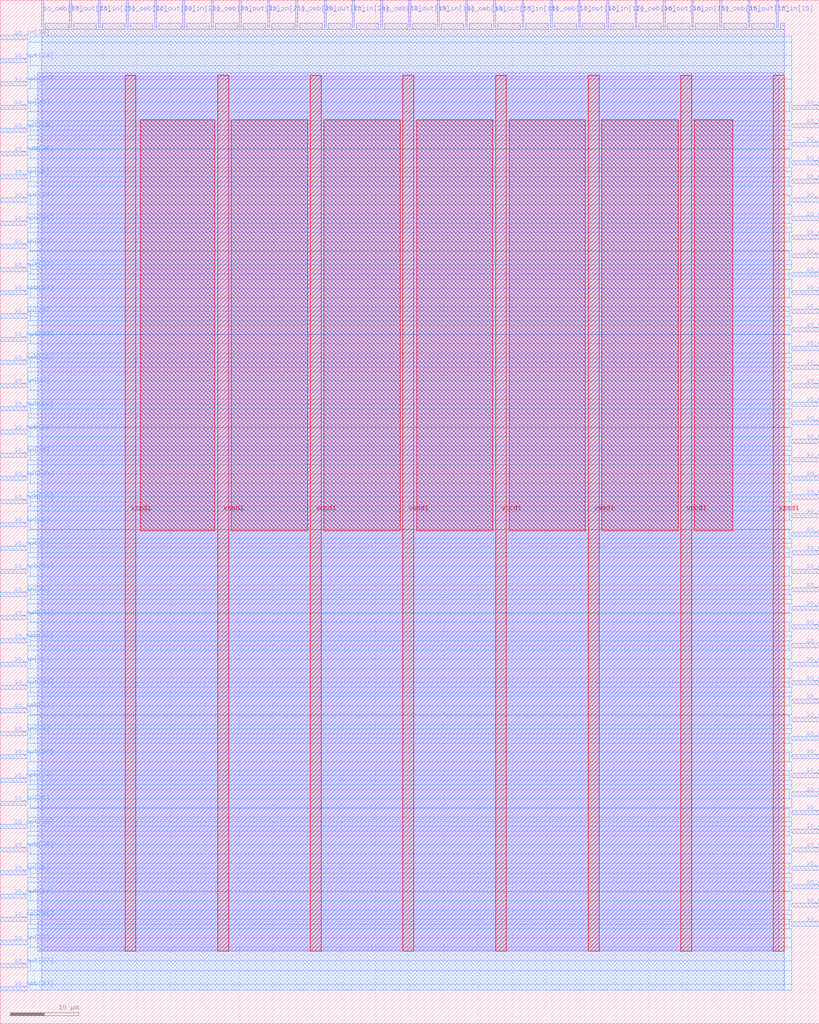
<source format=lef>
VERSION 5.7 ;
  NOWIREEXTENSIONATPIN ON ;
  DIVIDERCHAR "/" ;
  BUSBITCHARS "[]" ;
MACRO tiny_user_project
  CLASS BLOCK ;
  FOREIGN tiny_user_project ;
  ORIGIN 0.000 0.000 ;
  SIZE 120.000 BY 150.000 ;
  PIN io_in[0]
    DIRECTION INPUT ;
    USE SIGNAL ;
    PORT
      LAYER met3 ;
        RECT 116.000 14.320 120.000 14.920 ;
    END
  END io_in[0]
  PIN io_in[10]
    DIRECTION INPUT ;
    USE SIGNAL ;
    PORT
      LAYER met3 ;
        RECT 116.000 95.920 120.000 96.520 ;
    END
  END io_in[10]
  PIN io_in[11]
    DIRECTION INPUT ;
    USE SIGNAL ;
    PORT
      LAYER met3 ;
        RECT 116.000 104.080 120.000 104.680 ;
    END
  END io_in[11]
  PIN io_in[12]
    DIRECTION INPUT ;
    USE SIGNAL ;
    PORT
      LAYER met3 ;
        RECT 116.000 112.240 120.000 112.840 ;
    END
  END io_in[12]
  PIN io_in[13]
    DIRECTION INPUT ;
    USE SIGNAL ;
    PORT
      LAYER met3 ;
        RECT 116.000 120.400 120.000 121.000 ;
    END
  END io_in[13]
  PIN io_in[14]
    DIRECTION INPUT ;
    USE SIGNAL ;
    PORT
      LAYER met3 ;
        RECT 116.000 128.560 120.000 129.160 ;
    END
  END io_in[14]
  PIN io_in[15]
    DIRECTION INPUT ;
    USE SIGNAL ;
    PORT
      LAYER met2 ;
        RECT 113.710 146.000 113.990 150.000 ;
    END
  END io_in[15]
  PIN io_in[16]
    DIRECTION INPUT ;
    USE SIGNAL ;
    PORT
      LAYER met2 ;
        RECT 101.290 146.000 101.570 150.000 ;
    END
  END io_in[16]
  PIN io_in[17]
    DIRECTION INPUT ;
    USE SIGNAL ;
    PORT
      LAYER met2 ;
        RECT 88.870 146.000 89.150 150.000 ;
    END
  END io_in[17]
  PIN io_in[18]
    DIRECTION INPUT ;
    USE SIGNAL ;
    PORT
      LAYER met2 ;
        RECT 76.450 146.000 76.730 150.000 ;
    END
  END io_in[18]
  PIN io_in[19]
    DIRECTION INPUT ;
    USE SIGNAL ;
    PORT
      LAYER met2 ;
        RECT 64.030 146.000 64.310 150.000 ;
    END
  END io_in[19]
  PIN io_in[1]
    DIRECTION INPUT ;
    USE SIGNAL ;
    PORT
      LAYER met3 ;
        RECT 116.000 22.480 120.000 23.080 ;
    END
  END io_in[1]
  PIN io_in[20]
    DIRECTION INPUT ;
    USE SIGNAL ;
    PORT
      LAYER met2 ;
        RECT 51.610 146.000 51.890 150.000 ;
    END
  END io_in[20]
  PIN io_in[21]
    DIRECTION INPUT ;
    USE SIGNAL ;
    PORT
      LAYER met2 ;
        RECT 39.190 146.000 39.470 150.000 ;
    END
  END io_in[21]
  PIN io_in[22]
    DIRECTION INPUT ;
    USE SIGNAL ;
    PORT
      LAYER met2 ;
        RECT 26.770 146.000 27.050 150.000 ;
    END
  END io_in[22]
  PIN io_in[23]
    DIRECTION INPUT ;
    USE SIGNAL ;
    PORT
      LAYER met2 ;
        RECT 14.350 146.000 14.630 150.000 ;
    END
  END io_in[23]
  PIN io_in[24]
    DIRECTION INPUT ;
    USE SIGNAL ;
    PORT
      LAYER met3 ;
        RECT 0.000 144.200 4.000 144.800 ;
    END
  END io_in[24]
  PIN io_in[25]
    DIRECTION INPUT ;
    USE SIGNAL ;
    PORT
      LAYER met3 ;
        RECT 0.000 134.000 4.000 134.600 ;
    END
  END io_in[25]
  PIN io_in[26]
    DIRECTION INPUT ;
    USE SIGNAL ;
    PORT
      LAYER met3 ;
        RECT 0.000 123.800 4.000 124.400 ;
    END
  END io_in[26]
  PIN io_in[27]
    DIRECTION INPUT ;
    USE SIGNAL ;
    PORT
      LAYER met3 ;
        RECT 0.000 113.600 4.000 114.200 ;
    END
  END io_in[27]
  PIN io_in[28]
    DIRECTION INPUT ;
    USE SIGNAL ;
    PORT
      LAYER met3 ;
        RECT 0.000 103.400 4.000 104.000 ;
    END
  END io_in[28]
  PIN io_in[29]
    DIRECTION INPUT ;
    USE SIGNAL ;
    PORT
      LAYER met3 ;
        RECT 0.000 93.200 4.000 93.800 ;
    END
  END io_in[29]
  PIN io_in[2]
    DIRECTION INPUT ;
    USE SIGNAL ;
    PORT
      LAYER met3 ;
        RECT 116.000 30.640 120.000 31.240 ;
    END
  END io_in[2]
  PIN io_in[30]
    DIRECTION INPUT ;
    USE SIGNAL ;
    PORT
      LAYER met3 ;
        RECT 0.000 83.000 4.000 83.600 ;
    END
  END io_in[30]
  PIN io_in[31]
    DIRECTION INPUT ;
    USE SIGNAL ;
    PORT
      LAYER met3 ;
        RECT 0.000 72.800 4.000 73.400 ;
    END
  END io_in[31]
  PIN io_in[32]
    DIRECTION INPUT ;
    USE SIGNAL ;
    PORT
      LAYER met3 ;
        RECT 0.000 62.600 4.000 63.200 ;
    END
  END io_in[32]
  PIN io_in[33]
    DIRECTION INPUT ;
    USE SIGNAL ;
    PORT
      LAYER met3 ;
        RECT 0.000 52.400 4.000 53.000 ;
    END
  END io_in[33]
  PIN io_in[34]
    DIRECTION INPUT ;
    USE SIGNAL ;
    PORT
      LAYER met3 ;
        RECT 0.000 42.200 4.000 42.800 ;
    END
  END io_in[34]
  PIN io_in[35]
    DIRECTION INPUT ;
    USE SIGNAL ;
    PORT
      LAYER met3 ;
        RECT 0.000 32.000 4.000 32.600 ;
    END
  END io_in[35]
  PIN io_in[36]
    DIRECTION INPUT ;
    USE SIGNAL ;
    PORT
      LAYER met3 ;
        RECT 0.000 21.800 4.000 22.400 ;
    END
  END io_in[36]
  PIN io_in[37]
    DIRECTION INPUT ;
    USE SIGNAL ;
    PORT
      LAYER met3 ;
        RECT 0.000 11.600 4.000 12.200 ;
    END
  END io_in[37]
  PIN io_in[3]
    DIRECTION INPUT ;
    USE SIGNAL ;
    PORT
      LAYER met3 ;
        RECT 116.000 38.800 120.000 39.400 ;
    END
  END io_in[3]
  PIN io_in[4]
    DIRECTION INPUT ;
    USE SIGNAL ;
    PORT
      LAYER met3 ;
        RECT 116.000 46.960 120.000 47.560 ;
    END
  END io_in[4]
  PIN io_in[5]
    DIRECTION INPUT ;
    USE SIGNAL ;
    PORT
      LAYER met3 ;
        RECT 116.000 55.120 120.000 55.720 ;
    END
  END io_in[5]
  PIN io_in[6]
    DIRECTION INPUT ;
    USE SIGNAL ;
    PORT
      LAYER met3 ;
        RECT 116.000 63.280 120.000 63.880 ;
    END
  END io_in[6]
  PIN io_in[7]
    DIRECTION INPUT ;
    USE SIGNAL ;
    PORT
      LAYER met3 ;
        RECT 116.000 71.440 120.000 72.040 ;
    END
  END io_in[7]
  PIN io_in[8]
    DIRECTION INPUT ;
    USE SIGNAL ;
    PORT
      LAYER met3 ;
        RECT 116.000 79.600 120.000 80.200 ;
    END
  END io_in[8]
  PIN io_in[9]
    DIRECTION INPUT ;
    USE SIGNAL ;
    PORT
      LAYER met3 ;
        RECT 116.000 87.760 120.000 88.360 ;
    END
  END io_in[9]
  PIN io_oeb[0]
    DIRECTION OUTPUT TRISTATE ;
    USE SIGNAL ;
    PORT
      LAYER met3 ;
        RECT 116.000 19.760 120.000 20.360 ;
    END
  END io_oeb[0]
  PIN io_oeb[10]
    DIRECTION OUTPUT TRISTATE ;
    USE SIGNAL ;
    PORT
      LAYER met3 ;
        RECT 116.000 101.360 120.000 101.960 ;
    END
  END io_oeb[10]
  PIN io_oeb[11]
    DIRECTION OUTPUT TRISTATE ;
    USE SIGNAL ;
    PORT
      LAYER met3 ;
        RECT 116.000 109.520 120.000 110.120 ;
    END
  END io_oeb[11]
  PIN io_oeb[12]
    DIRECTION OUTPUT TRISTATE ;
    USE SIGNAL ;
    PORT
      LAYER met3 ;
        RECT 116.000 117.680 120.000 118.280 ;
    END
  END io_oeb[12]
  PIN io_oeb[13]
    DIRECTION OUTPUT TRISTATE ;
    USE SIGNAL ;
    PORT
      LAYER met3 ;
        RECT 116.000 125.840 120.000 126.440 ;
    END
  END io_oeb[13]
  PIN io_oeb[14]
    DIRECTION OUTPUT TRISTATE ;
    USE SIGNAL ;
    PORT
      LAYER met3 ;
        RECT 116.000 134.000 120.000 134.600 ;
    END
  END io_oeb[14]
  PIN io_oeb[15]
    DIRECTION OUTPUT TRISTATE ;
    USE SIGNAL ;
    PORT
      LAYER met2 ;
        RECT 105.430 146.000 105.710 150.000 ;
    END
  END io_oeb[15]
  PIN io_oeb[16]
    DIRECTION OUTPUT TRISTATE ;
    USE SIGNAL ;
    PORT
      LAYER met2 ;
        RECT 93.010 146.000 93.290 150.000 ;
    END
  END io_oeb[16]
  PIN io_oeb[17]
    DIRECTION OUTPUT TRISTATE ;
    USE SIGNAL ;
    PORT
      LAYER met2 ;
        RECT 80.590 146.000 80.870 150.000 ;
    END
  END io_oeb[17]
  PIN io_oeb[18]
    DIRECTION OUTPUT TRISTATE ;
    USE SIGNAL ;
    PORT
      LAYER met2 ;
        RECT 68.170 146.000 68.450 150.000 ;
    END
  END io_oeb[18]
  PIN io_oeb[19]
    DIRECTION OUTPUT TRISTATE ;
    USE SIGNAL ;
    PORT
      LAYER met2 ;
        RECT 55.750 146.000 56.030 150.000 ;
    END
  END io_oeb[19]
  PIN io_oeb[1]
    DIRECTION OUTPUT TRISTATE ;
    USE SIGNAL ;
    PORT
      LAYER met3 ;
        RECT 116.000 27.920 120.000 28.520 ;
    END
  END io_oeb[1]
  PIN io_oeb[20]
    DIRECTION OUTPUT TRISTATE ;
    USE SIGNAL ;
    PORT
      LAYER met2 ;
        RECT 43.330 146.000 43.610 150.000 ;
    END
  END io_oeb[20]
  PIN io_oeb[21]
    DIRECTION OUTPUT TRISTATE ;
    USE SIGNAL ;
    PORT
      LAYER met2 ;
        RECT 30.910 146.000 31.190 150.000 ;
    END
  END io_oeb[21]
  PIN io_oeb[22]
    DIRECTION OUTPUT TRISTATE ;
    USE SIGNAL ;
    PORT
      LAYER met2 ;
        RECT 18.490 146.000 18.770 150.000 ;
    END
  END io_oeb[22]
  PIN io_oeb[23]
    DIRECTION OUTPUT TRISTATE ;
    USE SIGNAL ;
    PORT
      LAYER met2 ;
        RECT 6.070 146.000 6.350 150.000 ;
    END
  END io_oeb[23]
  PIN io_oeb[24]
    DIRECTION OUTPUT TRISTATE ;
    USE SIGNAL ;
    PORT
      LAYER met3 ;
        RECT 0.000 137.400 4.000 138.000 ;
    END
  END io_oeb[24]
  PIN io_oeb[25]
    DIRECTION OUTPUT TRISTATE ;
    USE SIGNAL ;
    PORT
      LAYER met3 ;
        RECT 0.000 127.200 4.000 127.800 ;
    END
  END io_oeb[25]
  PIN io_oeb[26]
    DIRECTION OUTPUT TRISTATE ;
    USE SIGNAL ;
    PORT
      LAYER met3 ;
        RECT 0.000 117.000 4.000 117.600 ;
    END
  END io_oeb[26]
  PIN io_oeb[27]
    DIRECTION OUTPUT TRISTATE ;
    USE SIGNAL ;
    PORT
      LAYER met3 ;
        RECT 0.000 106.800 4.000 107.400 ;
    END
  END io_oeb[27]
  PIN io_oeb[28]
    DIRECTION OUTPUT TRISTATE ;
    USE SIGNAL ;
    PORT
      LAYER met3 ;
        RECT 0.000 96.600 4.000 97.200 ;
    END
  END io_oeb[28]
  PIN io_oeb[29]
    DIRECTION OUTPUT TRISTATE ;
    USE SIGNAL ;
    PORT
      LAYER met3 ;
        RECT 0.000 86.400 4.000 87.000 ;
    END
  END io_oeb[29]
  PIN io_oeb[2]
    DIRECTION OUTPUT TRISTATE ;
    USE SIGNAL ;
    PORT
      LAYER met3 ;
        RECT 116.000 36.080 120.000 36.680 ;
    END
  END io_oeb[2]
  PIN io_oeb[30]
    DIRECTION OUTPUT TRISTATE ;
    USE SIGNAL ;
    PORT
      LAYER met3 ;
        RECT 0.000 76.200 4.000 76.800 ;
    END
  END io_oeb[30]
  PIN io_oeb[31]
    DIRECTION OUTPUT TRISTATE ;
    USE SIGNAL ;
    PORT
      LAYER met3 ;
        RECT 0.000 66.000 4.000 66.600 ;
    END
  END io_oeb[31]
  PIN io_oeb[32]
    DIRECTION OUTPUT TRISTATE ;
    USE SIGNAL ;
    PORT
      LAYER met3 ;
        RECT 0.000 55.800 4.000 56.400 ;
    END
  END io_oeb[32]
  PIN io_oeb[33]
    DIRECTION OUTPUT TRISTATE ;
    USE SIGNAL ;
    PORT
      LAYER met3 ;
        RECT 0.000 45.600 4.000 46.200 ;
    END
  END io_oeb[33]
  PIN io_oeb[34]
    DIRECTION OUTPUT TRISTATE ;
    USE SIGNAL ;
    PORT
      LAYER met3 ;
        RECT 0.000 35.400 4.000 36.000 ;
    END
  END io_oeb[34]
  PIN io_oeb[35]
    DIRECTION OUTPUT TRISTATE ;
    USE SIGNAL ;
    PORT
      LAYER met3 ;
        RECT 0.000 25.200 4.000 25.800 ;
    END
  END io_oeb[35]
  PIN io_oeb[36]
    DIRECTION OUTPUT TRISTATE ;
    USE SIGNAL ;
    PORT
      LAYER met3 ;
        RECT 0.000 15.000 4.000 15.600 ;
    END
  END io_oeb[36]
  PIN io_oeb[37]
    DIRECTION OUTPUT TRISTATE ;
    USE SIGNAL ;
    PORT
      LAYER met3 ;
        RECT 0.000 4.800 4.000 5.400 ;
    END
  END io_oeb[37]
  PIN io_oeb[3]
    DIRECTION OUTPUT TRISTATE ;
    USE SIGNAL ;
    PORT
      LAYER met3 ;
        RECT 116.000 44.240 120.000 44.840 ;
    END
  END io_oeb[3]
  PIN io_oeb[4]
    DIRECTION OUTPUT TRISTATE ;
    USE SIGNAL ;
    PORT
      LAYER met3 ;
        RECT 116.000 52.400 120.000 53.000 ;
    END
  END io_oeb[4]
  PIN io_oeb[5]
    DIRECTION OUTPUT TRISTATE ;
    USE SIGNAL ;
    PORT
      LAYER met3 ;
        RECT 116.000 60.560 120.000 61.160 ;
    END
  END io_oeb[5]
  PIN io_oeb[6]
    DIRECTION OUTPUT TRISTATE ;
    USE SIGNAL ;
    PORT
      LAYER met3 ;
        RECT 116.000 68.720 120.000 69.320 ;
    END
  END io_oeb[6]
  PIN io_oeb[7]
    DIRECTION OUTPUT TRISTATE ;
    USE SIGNAL ;
    PORT
      LAYER met3 ;
        RECT 116.000 76.880 120.000 77.480 ;
    END
  END io_oeb[7]
  PIN io_oeb[8]
    DIRECTION OUTPUT TRISTATE ;
    USE SIGNAL ;
    PORT
      LAYER met3 ;
        RECT 116.000 85.040 120.000 85.640 ;
    END
  END io_oeb[8]
  PIN io_oeb[9]
    DIRECTION OUTPUT TRISTATE ;
    USE SIGNAL ;
    PORT
      LAYER met3 ;
        RECT 116.000 93.200 120.000 93.800 ;
    END
  END io_oeb[9]
  PIN io_out[0]
    DIRECTION OUTPUT TRISTATE ;
    USE SIGNAL ;
    PORT
      LAYER met3 ;
        RECT 116.000 17.040 120.000 17.640 ;
    END
  END io_out[0]
  PIN io_out[10]
    DIRECTION OUTPUT TRISTATE ;
    USE SIGNAL ;
    PORT
      LAYER met3 ;
        RECT 116.000 98.640 120.000 99.240 ;
    END
  END io_out[10]
  PIN io_out[11]
    DIRECTION OUTPUT TRISTATE ;
    USE SIGNAL ;
    PORT
      LAYER met3 ;
        RECT 116.000 106.800 120.000 107.400 ;
    END
  END io_out[11]
  PIN io_out[12]
    DIRECTION OUTPUT TRISTATE ;
    USE SIGNAL ;
    PORT
      LAYER met3 ;
        RECT 116.000 114.960 120.000 115.560 ;
    END
  END io_out[12]
  PIN io_out[13]
    DIRECTION OUTPUT TRISTATE ;
    USE SIGNAL ;
    PORT
      LAYER met3 ;
        RECT 116.000 123.120 120.000 123.720 ;
    END
  END io_out[13]
  PIN io_out[14]
    DIRECTION OUTPUT TRISTATE ;
    USE SIGNAL ;
    PORT
      LAYER met3 ;
        RECT 116.000 131.280 120.000 131.880 ;
    END
  END io_out[14]
  PIN io_out[15]
    DIRECTION OUTPUT TRISTATE ;
    USE SIGNAL ;
    PORT
      LAYER met2 ;
        RECT 109.570 146.000 109.850 150.000 ;
    END
  END io_out[15]
  PIN io_out[16]
    DIRECTION OUTPUT TRISTATE ;
    USE SIGNAL ;
    PORT
      LAYER met2 ;
        RECT 97.150 146.000 97.430 150.000 ;
    END
  END io_out[16]
  PIN io_out[17]
    DIRECTION OUTPUT TRISTATE ;
    USE SIGNAL ;
    PORT
      LAYER met2 ;
        RECT 84.730 146.000 85.010 150.000 ;
    END
  END io_out[17]
  PIN io_out[18]
    DIRECTION OUTPUT TRISTATE ;
    USE SIGNAL ;
    PORT
      LAYER met2 ;
        RECT 72.310 146.000 72.590 150.000 ;
    END
  END io_out[18]
  PIN io_out[19]
    DIRECTION OUTPUT TRISTATE ;
    USE SIGNAL ;
    PORT
      LAYER met2 ;
        RECT 59.890 146.000 60.170 150.000 ;
    END
  END io_out[19]
  PIN io_out[1]
    DIRECTION OUTPUT TRISTATE ;
    USE SIGNAL ;
    PORT
      LAYER met3 ;
        RECT 116.000 25.200 120.000 25.800 ;
    END
  END io_out[1]
  PIN io_out[20]
    DIRECTION OUTPUT TRISTATE ;
    USE SIGNAL ;
    PORT
      LAYER met2 ;
        RECT 47.470 146.000 47.750 150.000 ;
    END
  END io_out[20]
  PIN io_out[21]
    DIRECTION OUTPUT TRISTATE ;
    USE SIGNAL ;
    PORT
      LAYER met2 ;
        RECT 35.050 146.000 35.330 150.000 ;
    END
  END io_out[21]
  PIN io_out[22]
    DIRECTION OUTPUT TRISTATE ;
    USE SIGNAL ;
    PORT
      LAYER met2 ;
        RECT 22.630 146.000 22.910 150.000 ;
    END
  END io_out[22]
  PIN io_out[23]
    DIRECTION OUTPUT TRISTATE ;
    USE SIGNAL ;
    PORT
      LAYER met2 ;
        RECT 10.210 146.000 10.490 150.000 ;
    END
  END io_out[23]
  PIN io_out[24]
    DIRECTION OUTPUT TRISTATE ;
    USE SIGNAL ;
    PORT
      LAYER met3 ;
        RECT 0.000 140.800 4.000 141.400 ;
    END
  END io_out[24]
  PIN io_out[25]
    DIRECTION OUTPUT TRISTATE ;
    USE SIGNAL ;
    PORT
      LAYER met3 ;
        RECT 0.000 130.600 4.000 131.200 ;
    END
  END io_out[25]
  PIN io_out[26]
    DIRECTION OUTPUT TRISTATE ;
    USE SIGNAL ;
    PORT
      LAYER met3 ;
        RECT 0.000 120.400 4.000 121.000 ;
    END
  END io_out[26]
  PIN io_out[27]
    DIRECTION OUTPUT TRISTATE ;
    USE SIGNAL ;
    PORT
      LAYER met3 ;
        RECT 0.000 110.200 4.000 110.800 ;
    END
  END io_out[27]
  PIN io_out[28]
    DIRECTION OUTPUT TRISTATE ;
    USE SIGNAL ;
    PORT
      LAYER met3 ;
        RECT 0.000 100.000 4.000 100.600 ;
    END
  END io_out[28]
  PIN io_out[29]
    DIRECTION OUTPUT TRISTATE ;
    USE SIGNAL ;
    PORT
      LAYER met3 ;
        RECT 0.000 89.800 4.000 90.400 ;
    END
  END io_out[29]
  PIN io_out[2]
    DIRECTION OUTPUT TRISTATE ;
    USE SIGNAL ;
    PORT
      LAYER met3 ;
        RECT 116.000 33.360 120.000 33.960 ;
    END
  END io_out[2]
  PIN io_out[30]
    DIRECTION OUTPUT TRISTATE ;
    USE SIGNAL ;
    PORT
      LAYER met3 ;
        RECT 0.000 79.600 4.000 80.200 ;
    END
  END io_out[30]
  PIN io_out[31]
    DIRECTION OUTPUT TRISTATE ;
    USE SIGNAL ;
    PORT
      LAYER met3 ;
        RECT 0.000 69.400 4.000 70.000 ;
    END
  END io_out[31]
  PIN io_out[32]
    DIRECTION OUTPUT TRISTATE ;
    USE SIGNAL ;
    PORT
      LAYER met3 ;
        RECT 0.000 59.200 4.000 59.800 ;
    END
  END io_out[32]
  PIN io_out[33]
    DIRECTION OUTPUT TRISTATE ;
    USE SIGNAL ;
    PORT
      LAYER met3 ;
        RECT 0.000 49.000 4.000 49.600 ;
    END
  END io_out[33]
  PIN io_out[34]
    DIRECTION OUTPUT TRISTATE ;
    USE SIGNAL ;
    PORT
      LAYER met3 ;
        RECT 0.000 38.800 4.000 39.400 ;
    END
  END io_out[34]
  PIN io_out[35]
    DIRECTION OUTPUT TRISTATE ;
    USE SIGNAL ;
    PORT
      LAYER met3 ;
        RECT 0.000 28.600 4.000 29.200 ;
    END
  END io_out[35]
  PIN io_out[36]
    DIRECTION OUTPUT TRISTATE ;
    USE SIGNAL ;
    PORT
      LAYER met3 ;
        RECT 0.000 18.400 4.000 19.000 ;
    END
  END io_out[36]
  PIN io_out[37]
    DIRECTION OUTPUT TRISTATE ;
    USE SIGNAL ;
    PORT
      LAYER met3 ;
        RECT 0.000 8.200 4.000 8.800 ;
    END
  END io_out[37]
  PIN io_out[3]
    DIRECTION OUTPUT TRISTATE ;
    USE SIGNAL ;
    PORT
      LAYER met3 ;
        RECT 116.000 41.520 120.000 42.120 ;
    END
  END io_out[3]
  PIN io_out[4]
    DIRECTION OUTPUT TRISTATE ;
    USE SIGNAL ;
    PORT
      LAYER met3 ;
        RECT 116.000 49.680 120.000 50.280 ;
    END
  END io_out[4]
  PIN io_out[5]
    DIRECTION OUTPUT TRISTATE ;
    USE SIGNAL ;
    PORT
      LAYER met3 ;
        RECT 116.000 57.840 120.000 58.440 ;
    END
  END io_out[5]
  PIN io_out[6]
    DIRECTION OUTPUT TRISTATE ;
    USE SIGNAL ;
    PORT
      LAYER met3 ;
        RECT 116.000 66.000 120.000 66.600 ;
    END
  END io_out[6]
  PIN io_out[7]
    DIRECTION OUTPUT TRISTATE ;
    USE SIGNAL ;
    PORT
      LAYER met3 ;
        RECT 116.000 74.160 120.000 74.760 ;
    END
  END io_out[7]
  PIN io_out[8]
    DIRECTION OUTPUT TRISTATE ;
    USE SIGNAL ;
    PORT
      LAYER met3 ;
        RECT 116.000 82.320 120.000 82.920 ;
    END
  END io_out[8]
  PIN io_out[9]
    DIRECTION OUTPUT TRISTATE ;
    USE SIGNAL ;
    PORT
      LAYER met3 ;
        RECT 116.000 90.480 120.000 91.080 ;
    END
  END io_out[9]
  PIN vccd1
    DIRECTION INOUT ;
    USE POWER ;
    PORT
      LAYER met4 ;
        RECT 18.290 10.640 19.890 138.960 ;
    END
    PORT
      LAYER met4 ;
        RECT 45.430 10.640 47.030 138.960 ;
    END
    PORT
      LAYER met4 ;
        RECT 72.570 10.640 74.170 138.960 ;
    END
    PORT
      LAYER met4 ;
        RECT 99.710 10.640 101.310 138.960 ;
    END
  END vccd1
  PIN vssd1
    DIRECTION INOUT ;
    USE GROUND ;
    PORT
      LAYER met4 ;
        RECT 31.860 10.640 33.460 138.960 ;
    END
    PORT
      LAYER met4 ;
        RECT 59.000 10.640 60.600 138.960 ;
    END
    PORT
      LAYER met4 ;
        RECT 86.140 10.640 87.740 138.960 ;
    END
    PORT
      LAYER met4 ;
        RECT 113.280 10.640 114.880 138.960 ;
    END
  END vssd1
  OBS
      LAYER li1 ;
        RECT 5.520 10.795 114.080 138.805 ;
      LAYER met1 ;
        RECT 5.520 10.640 114.880 139.360 ;
      LAYER met2 ;
        RECT 6.630 145.720 9.930 146.610 ;
        RECT 10.770 145.720 14.070 146.610 ;
        RECT 14.910 145.720 18.210 146.610 ;
        RECT 19.050 145.720 22.350 146.610 ;
        RECT 23.190 145.720 26.490 146.610 ;
        RECT 27.330 145.720 30.630 146.610 ;
        RECT 31.470 145.720 34.770 146.610 ;
        RECT 35.610 145.720 38.910 146.610 ;
        RECT 39.750 145.720 43.050 146.610 ;
        RECT 43.890 145.720 47.190 146.610 ;
        RECT 48.030 145.720 51.330 146.610 ;
        RECT 52.170 145.720 55.470 146.610 ;
        RECT 56.310 145.720 59.610 146.610 ;
        RECT 60.450 145.720 63.750 146.610 ;
        RECT 64.590 145.720 67.890 146.610 ;
        RECT 68.730 145.720 72.030 146.610 ;
        RECT 72.870 145.720 76.170 146.610 ;
        RECT 77.010 145.720 80.310 146.610 ;
        RECT 81.150 145.720 84.450 146.610 ;
        RECT 85.290 145.720 88.590 146.610 ;
        RECT 89.430 145.720 92.730 146.610 ;
        RECT 93.570 145.720 96.870 146.610 ;
        RECT 97.710 145.720 101.010 146.610 ;
        RECT 101.850 145.720 105.150 146.610 ;
        RECT 105.990 145.720 109.290 146.610 ;
        RECT 110.130 145.720 113.430 146.610 ;
        RECT 114.270 145.720 114.850 146.610 ;
        RECT 6.070 4.915 114.850 145.720 ;
      LAYER met3 ;
        RECT 4.400 143.800 116.000 144.665 ;
        RECT 4.000 141.800 116.000 143.800 ;
        RECT 4.400 140.400 116.000 141.800 ;
        RECT 4.000 138.400 116.000 140.400 ;
        RECT 4.400 137.000 116.000 138.400 ;
        RECT 4.000 135.000 116.000 137.000 ;
        RECT 4.400 133.600 115.600 135.000 ;
        RECT 4.000 132.280 116.000 133.600 ;
        RECT 4.000 131.600 115.600 132.280 ;
        RECT 4.400 130.880 115.600 131.600 ;
        RECT 4.400 130.200 116.000 130.880 ;
        RECT 4.000 129.560 116.000 130.200 ;
        RECT 4.000 128.200 115.600 129.560 ;
        RECT 4.400 128.160 115.600 128.200 ;
        RECT 4.400 126.840 116.000 128.160 ;
        RECT 4.400 126.800 115.600 126.840 ;
        RECT 4.000 125.440 115.600 126.800 ;
        RECT 4.000 124.800 116.000 125.440 ;
        RECT 4.400 124.120 116.000 124.800 ;
        RECT 4.400 123.400 115.600 124.120 ;
        RECT 4.000 122.720 115.600 123.400 ;
        RECT 4.000 121.400 116.000 122.720 ;
        RECT 4.400 120.000 115.600 121.400 ;
        RECT 4.000 118.680 116.000 120.000 ;
        RECT 4.000 118.000 115.600 118.680 ;
        RECT 4.400 117.280 115.600 118.000 ;
        RECT 4.400 116.600 116.000 117.280 ;
        RECT 4.000 115.960 116.000 116.600 ;
        RECT 4.000 114.600 115.600 115.960 ;
        RECT 4.400 114.560 115.600 114.600 ;
        RECT 4.400 113.240 116.000 114.560 ;
        RECT 4.400 113.200 115.600 113.240 ;
        RECT 4.000 111.840 115.600 113.200 ;
        RECT 4.000 111.200 116.000 111.840 ;
        RECT 4.400 110.520 116.000 111.200 ;
        RECT 4.400 109.800 115.600 110.520 ;
        RECT 4.000 109.120 115.600 109.800 ;
        RECT 4.000 107.800 116.000 109.120 ;
        RECT 4.400 106.400 115.600 107.800 ;
        RECT 4.000 105.080 116.000 106.400 ;
        RECT 4.000 104.400 115.600 105.080 ;
        RECT 4.400 103.680 115.600 104.400 ;
        RECT 4.400 103.000 116.000 103.680 ;
        RECT 4.000 102.360 116.000 103.000 ;
        RECT 4.000 101.000 115.600 102.360 ;
        RECT 4.400 100.960 115.600 101.000 ;
        RECT 4.400 99.640 116.000 100.960 ;
        RECT 4.400 99.600 115.600 99.640 ;
        RECT 4.000 98.240 115.600 99.600 ;
        RECT 4.000 97.600 116.000 98.240 ;
        RECT 4.400 96.920 116.000 97.600 ;
        RECT 4.400 96.200 115.600 96.920 ;
        RECT 4.000 95.520 115.600 96.200 ;
        RECT 4.000 94.200 116.000 95.520 ;
        RECT 4.400 92.800 115.600 94.200 ;
        RECT 4.000 91.480 116.000 92.800 ;
        RECT 4.000 90.800 115.600 91.480 ;
        RECT 4.400 90.080 115.600 90.800 ;
        RECT 4.400 89.400 116.000 90.080 ;
        RECT 4.000 88.760 116.000 89.400 ;
        RECT 4.000 87.400 115.600 88.760 ;
        RECT 4.400 87.360 115.600 87.400 ;
        RECT 4.400 86.040 116.000 87.360 ;
        RECT 4.400 86.000 115.600 86.040 ;
        RECT 4.000 84.640 115.600 86.000 ;
        RECT 4.000 84.000 116.000 84.640 ;
        RECT 4.400 83.320 116.000 84.000 ;
        RECT 4.400 82.600 115.600 83.320 ;
        RECT 4.000 81.920 115.600 82.600 ;
        RECT 4.000 80.600 116.000 81.920 ;
        RECT 4.400 79.200 115.600 80.600 ;
        RECT 4.000 77.880 116.000 79.200 ;
        RECT 4.000 77.200 115.600 77.880 ;
        RECT 4.400 76.480 115.600 77.200 ;
        RECT 4.400 75.800 116.000 76.480 ;
        RECT 4.000 75.160 116.000 75.800 ;
        RECT 4.000 73.800 115.600 75.160 ;
        RECT 4.400 73.760 115.600 73.800 ;
        RECT 4.400 72.440 116.000 73.760 ;
        RECT 4.400 72.400 115.600 72.440 ;
        RECT 4.000 71.040 115.600 72.400 ;
        RECT 4.000 70.400 116.000 71.040 ;
        RECT 4.400 69.720 116.000 70.400 ;
        RECT 4.400 69.000 115.600 69.720 ;
        RECT 4.000 68.320 115.600 69.000 ;
        RECT 4.000 67.000 116.000 68.320 ;
        RECT 4.400 65.600 115.600 67.000 ;
        RECT 4.000 64.280 116.000 65.600 ;
        RECT 4.000 63.600 115.600 64.280 ;
        RECT 4.400 62.880 115.600 63.600 ;
        RECT 4.400 62.200 116.000 62.880 ;
        RECT 4.000 61.560 116.000 62.200 ;
        RECT 4.000 60.200 115.600 61.560 ;
        RECT 4.400 60.160 115.600 60.200 ;
        RECT 4.400 58.840 116.000 60.160 ;
        RECT 4.400 58.800 115.600 58.840 ;
        RECT 4.000 57.440 115.600 58.800 ;
        RECT 4.000 56.800 116.000 57.440 ;
        RECT 4.400 56.120 116.000 56.800 ;
        RECT 4.400 55.400 115.600 56.120 ;
        RECT 4.000 54.720 115.600 55.400 ;
        RECT 4.000 53.400 116.000 54.720 ;
        RECT 4.400 52.000 115.600 53.400 ;
        RECT 4.000 50.680 116.000 52.000 ;
        RECT 4.000 50.000 115.600 50.680 ;
        RECT 4.400 49.280 115.600 50.000 ;
        RECT 4.400 48.600 116.000 49.280 ;
        RECT 4.000 47.960 116.000 48.600 ;
        RECT 4.000 46.600 115.600 47.960 ;
        RECT 4.400 46.560 115.600 46.600 ;
        RECT 4.400 45.240 116.000 46.560 ;
        RECT 4.400 45.200 115.600 45.240 ;
        RECT 4.000 43.840 115.600 45.200 ;
        RECT 4.000 43.200 116.000 43.840 ;
        RECT 4.400 42.520 116.000 43.200 ;
        RECT 4.400 41.800 115.600 42.520 ;
        RECT 4.000 41.120 115.600 41.800 ;
        RECT 4.000 39.800 116.000 41.120 ;
        RECT 4.400 38.400 115.600 39.800 ;
        RECT 4.000 37.080 116.000 38.400 ;
        RECT 4.000 36.400 115.600 37.080 ;
        RECT 4.400 35.680 115.600 36.400 ;
        RECT 4.400 35.000 116.000 35.680 ;
        RECT 4.000 34.360 116.000 35.000 ;
        RECT 4.000 33.000 115.600 34.360 ;
        RECT 4.400 32.960 115.600 33.000 ;
        RECT 4.400 31.640 116.000 32.960 ;
        RECT 4.400 31.600 115.600 31.640 ;
        RECT 4.000 30.240 115.600 31.600 ;
        RECT 4.000 29.600 116.000 30.240 ;
        RECT 4.400 28.920 116.000 29.600 ;
        RECT 4.400 28.200 115.600 28.920 ;
        RECT 4.000 27.520 115.600 28.200 ;
        RECT 4.000 26.200 116.000 27.520 ;
        RECT 4.400 24.800 115.600 26.200 ;
        RECT 4.000 23.480 116.000 24.800 ;
        RECT 4.000 22.800 115.600 23.480 ;
        RECT 4.400 22.080 115.600 22.800 ;
        RECT 4.400 21.400 116.000 22.080 ;
        RECT 4.000 20.760 116.000 21.400 ;
        RECT 4.000 19.400 115.600 20.760 ;
        RECT 4.400 19.360 115.600 19.400 ;
        RECT 4.400 18.040 116.000 19.360 ;
        RECT 4.400 18.000 115.600 18.040 ;
        RECT 4.000 16.640 115.600 18.000 ;
        RECT 4.000 16.000 116.000 16.640 ;
        RECT 4.400 15.320 116.000 16.000 ;
        RECT 4.400 14.600 115.600 15.320 ;
        RECT 4.000 13.920 115.600 14.600 ;
        RECT 4.000 12.600 116.000 13.920 ;
        RECT 4.400 11.200 116.000 12.600 ;
        RECT 4.000 9.200 116.000 11.200 ;
        RECT 4.400 7.800 116.000 9.200 ;
        RECT 4.000 5.800 116.000 7.800 ;
        RECT 4.400 4.935 116.000 5.800 ;
      LAYER met4 ;
        RECT 20.535 72.255 31.460 132.425 ;
        RECT 33.860 72.255 45.030 132.425 ;
        RECT 47.430 72.255 58.600 132.425 ;
        RECT 61.000 72.255 72.170 132.425 ;
        RECT 74.570 72.255 85.740 132.425 ;
        RECT 88.140 72.255 99.310 132.425 ;
        RECT 101.710 72.255 107.345 132.425 ;
  END
END tiny_user_project
END LIBRARY


</source>
